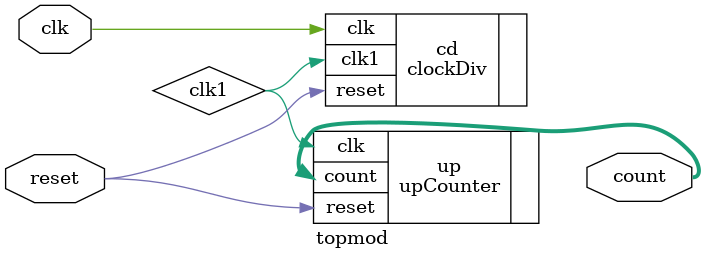
<source format=v>
`timescale 1ns/1ps
module topmod(clk, count, reset);
    input clk, reset;
    output [3:0] count;
    
    wire clk1;

    clockDiv cd(.clk(clk), .reset(reset), .clk1(clk1));

    upCounter up(.clk(clk1), .count(count), .reset(reset));

endmodule

</source>
